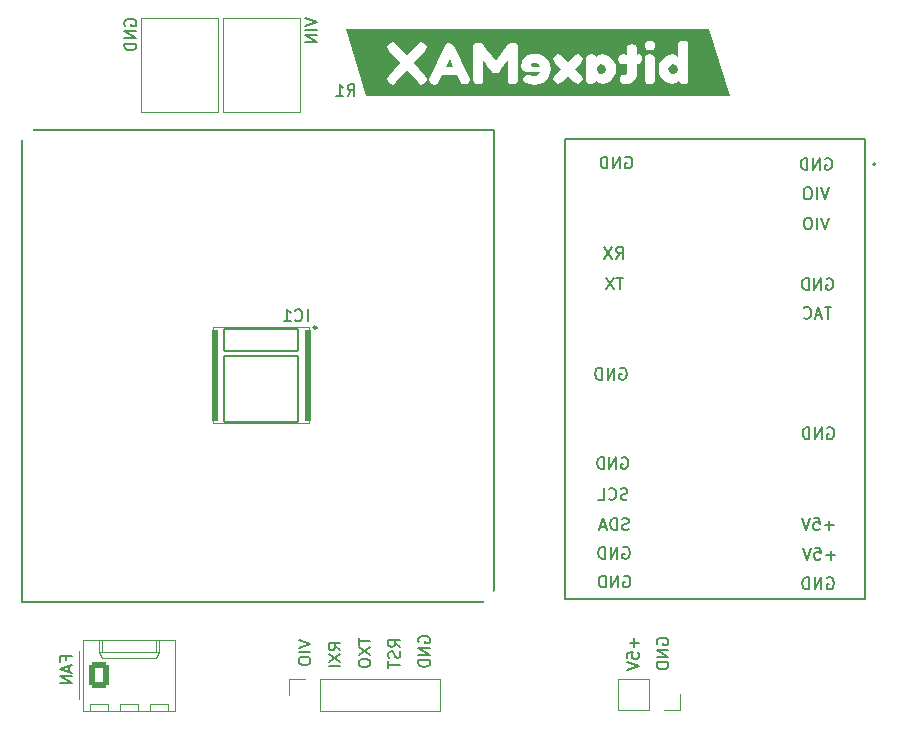
<source format=gbr>
%TF.GenerationSoftware,KiCad,Pcbnew,(6.0.8-1)-1*%
%TF.CreationDate,2022-10-04T16:18:19-04:00*%
%TF.ProjectId,bitaxePro,62697461-7865-4507-926f-2e6b69636164,rev?*%
%TF.SameCoordinates,Original*%
%TF.FileFunction,Legend,Bot*%
%TF.FilePolarity,Positive*%
%FSLAX46Y46*%
G04 Gerber Fmt 4.6, Leading zero omitted, Abs format (unit mm)*
G04 Created by KiCad (PCBNEW (6.0.8-1)-1) date 2022-10-04 16:18:19*
%MOMM*%
%LPD*%
G01*
G04 APERTURE LIST*
G04 Aperture macros list*
%AMRoundRect*
0 Rectangle with rounded corners*
0 $1 Rounding radius*
0 $2 $3 $4 $5 $6 $7 $8 $9 X,Y pos of 4 corners*
0 Add a 4 corners polygon primitive as box body*
4,1,4,$2,$3,$4,$5,$6,$7,$8,$9,$2,$3,0*
0 Add four circle primitives for the rounded corners*
1,1,$1+$1,$2,$3*
1,1,$1+$1,$4,$5*
1,1,$1+$1,$6,$7*
1,1,$1+$1,$8,$9*
0 Add four rect primitives between the rounded corners*
20,1,$1+$1,$2,$3,$4,$5,0*
20,1,$1+$1,$4,$5,$6,$7,0*
20,1,$1+$1,$6,$7,$8,$9,0*
20,1,$1+$1,$8,$9,$2,$3,0*%
G04 Aperture macros list end*
%ADD10C,0.150000*%
%ADD11C,0.127000*%
%ADD12C,0.200000*%
%ADD13C,0.120000*%
%ADD14C,0.250000*%
%ADD15C,3.500000*%
%ADD16C,2.200000*%
%ADD17R,1.530000X1.530000*%
%ADD18C,1.530000*%
%ADD19R,1.700000X1.700000*%
%ADD20O,1.700000X1.700000*%
%ADD21RoundRect,0.236600X0.295000X0.000000X-0.295000X0.000000X-0.295000X0.000000X0.295000X0.000000X0*%
%ADD22RoundRect,0.101600X3.150000X0.925000X-3.150000X0.925000X-3.150000X-0.925000X3.150000X-0.925000X0*%
%ADD23RoundRect,0.101600X3.150000X2.775000X-3.150000X2.775000X-3.150000X-2.775000X3.150000X-2.775000X0*%
%ADD24C,2.520000*%
%ADD25RoundRect,0.250000X-0.620000X-0.845000X0.620000X-0.845000X0.620000X0.845000X-0.620000X0.845000X0*%
%ADD26O,1.740000X2.190000*%
G04 APERTURE END LIST*
D10*
X69050000Y-56640000D02*
X109030000Y-56640000D01*
X109030000Y-56640000D02*
X109030000Y-96630000D01*
X109030000Y-96630000D02*
X69050000Y-96630000D01*
X69050000Y-96630000D02*
X69050000Y-56640000D01*
X92972380Y-47161427D02*
X93972380Y-47494761D01*
X92972380Y-47828094D01*
X93972380Y-48161427D02*
X92972380Y-48161427D01*
X93972380Y-48637618D02*
X92972380Y-48637618D01*
X93972380Y-49209046D01*
X92972380Y-49209046D01*
X101049880Y-100419046D02*
X100573690Y-100085713D01*
X101049880Y-99847618D02*
X100049880Y-99847618D01*
X100049880Y-100228570D01*
X100097500Y-100323808D01*
X100145119Y-100371427D01*
X100240357Y-100419046D01*
X100383214Y-100419046D01*
X100478452Y-100371427D01*
X100526071Y-100323808D01*
X100573690Y-100228570D01*
X100573690Y-99847618D01*
X101002261Y-100799999D02*
X101049880Y-100942856D01*
X101049880Y-101180951D01*
X101002261Y-101276189D01*
X100954642Y-101323808D01*
X100859404Y-101371427D01*
X100764166Y-101371427D01*
X100668928Y-101323808D01*
X100621309Y-101276189D01*
X100573690Y-101180951D01*
X100526071Y-100990475D01*
X100478452Y-100895237D01*
X100430833Y-100847618D01*
X100335595Y-100799999D01*
X100240357Y-100799999D01*
X100145119Y-100847618D01*
X100097500Y-100895237D01*
X100049880Y-100990475D01*
X100049880Y-101228570D01*
X100097500Y-101371427D01*
X100049880Y-101657142D02*
X100049880Y-102228570D01*
X101049880Y-101942856D02*
X100049880Y-101942856D01*
X119911904Y-92010000D02*
X120007142Y-91962380D01*
X120150000Y-91962380D01*
X120292857Y-92010000D01*
X120388095Y-92105238D01*
X120435714Y-92200476D01*
X120483333Y-92390952D01*
X120483333Y-92533809D01*
X120435714Y-92724285D01*
X120388095Y-92819523D01*
X120292857Y-92914761D01*
X120150000Y-92962380D01*
X120054761Y-92962380D01*
X119911904Y-92914761D01*
X119864285Y-92867142D01*
X119864285Y-92533809D01*
X120054761Y-92533809D01*
X119435714Y-92962380D02*
X119435714Y-91962380D01*
X118864285Y-92962380D01*
X118864285Y-91962380D01*
X118388095Y-92962380D02*
X118388095Y-91962380D01*
X118150000Y-91962380D01*
X118007142Y-92010000D01*
X117911904Y-92105238D01*
X117864285Y-92200476D01*
X117816666Y-92390952D01*
X117816666Y-92533809D01*
X117864285Y-92724285D01*
X117911904Y-92819523D01*
X118007142Y-92914761D01*
X118150000Y-92962380D01*
X118388095Y-92962380D01*
X119336666Y-67552380D02*
X119670000Y-67076190D01*
X119908095Y-67552380D02*
X119908095Y-66552380D01*
X119527142Y-66552380D01*
X119431904Y-66600000D01*
X119384285Y-66647619D01*
X119336666Y-66742857D01*
X119336666Y-66885714D01*
X119384285Y-66980952D01*
X119431904Y-67028571D01*
X119527142Y-67076190D01*
X119908095Y-67076190D01*
X119003333Y-66552380D02*
X118336666Y-67552380D01*
X118336666Y-66552380D02*
X119003333Y-67552380D01*
X137051904Y-59090000D02*
X137147142Y-59042380D01*
X137290000Y-59042380D01*
X137432857Y-59090000D01*
X137528095Y-59185238D01*
X137575714Y-59280476D01*
X137623333Y-59470952D01*
X137623333Y-59613809D01*
X137575714Y-59804285D01*
X137528095Y-59899523D01*
X137432857Y-59994761D01*
X137290000Y-60042380D01*
X137194761Y-60042380D01*
X137051904Y-59994761D01*
X137004285Y-59947142D01*
X137004285Y-59613809D01*
X137194761Y-59613809D01*
X136575714Y-60042380D02*
X136575714Y-59042380D01*
X136004285Y-60042380D01*
X136004285Y-59042380D01*
X135528095Y-60042380D02*
X135528095Y-59042380D01*
X135290000Y-59042380D01*
X135147142Y-59090000D01*
X135051904Y-59185238D01*
X135004285Y-59280476D01*
X134956666Y-59470952D01*
X134956666Y-59613809D01*
X135004285Y-59804285D01*
X135051904Y-59899523D01*
X135147142Y-59994761D01*
X135290000Y-60042380D01*
X135528095Y-60042380D01*
X119961904Y-94440000D02*
X120057142Y-94392380D01*
X120200000Y-94392380D01*
X120342857Y-94440000D01*
X120438095Y-94535238D01*
X120485714Y-94630476D01*
X120533333Y-94820952D01*
X120533333Y-94963809D01*
X120485714Y-95154285D01*
X120438095Y-95249523D01*
X120342857Y-95344761D01*
X120200000Y-95392380D01*
X120104761Y-95392380D01*
X119961904Y-95344761D01*
X119914285Y-95297142D01*
X119914285Y-94963809D01*
X120104761Y-94963809D01*
X119485714Y-95392380D02*
X119485714Y-94392380D01*
X118914285Y-95392380D01*
X118914285Y-94392380D01*
X118438095Y-95392380D02*
X118438095Y-94392380D01*
X118200000Y-94392380D01*
X118057142Y-94440000D01*
X117961904Y-94535238D01*
X117914285Y-94630476D01*
X117866666Y-94820952D01*
X117866666Y-94963809D01*
X117914285Y-95154285D01*
X117961904Y-95249523D01*
X118057142Y-95344761D01*
X118200000Y-95392380D01*
X118438095Y-95392380D01*
X122810000Y-100218095D02*
X122762380Y-100122857D01*
X122762380Y-99980000D01*
X122810000Y-99837142D01*
X122905238Y-99741904D01*
X123000476Y-99694285D01*
X123190952Y-99646666D01*
X123333809Y-99646666D01*
X123524285Y-99694285D01*
X123619523Y-99741904D01*
X123714761Y-99837142D01*
X123762380Y-99980000D01*
X123762380Y-100075238D01*
X123714761Y-100218095D01*
X123667142Y-100265714D01*
X123333809Y-100265714D01*
X123333809Y-100075238D01*
X123762380Y-100694285D02*
X122762380Y-100694285D01*
X123762380Y-101265714D01*
X122762380Y-101265714D01*
X123762380Y-101741904D02*
X122762380Y-101741904D01*
X122762380Y-101980000D01*
X122810000Y-102122857D01*
X122905238Y-102218095D01*
X123000476Y-102265714D01*
X123190952Y-102313333D01*
X123333809Y-102313333D01*
X123524285Y-102265714D01*
X123619523Y-102218095D01*
X123714761Y-102122857D01*
X123762380Y-101980000D01*
X123762380Y-101741904D01*
X92452380Y-99847618D02*
X93452380Y-100180952D01*
X92452380Y-100514285D01*
X93452380Y-100847618D02*
X92452380Y-100847618D01*
X92452380Y-101514285D02*
X92452380Y-101704761D01*
X92500000Y-101799999D01*
X92595238Y-101895237D01*
X92785714Y-101942857D01*
X93119047Y-101942857D01*
X93309523Y-101895237D01*
X93404761Y-101799999D01*
X93452380Y-101704761D01*
X93452380Y-101514285D01*
X93404761Y-101419047D01*
X93309523Y-101323809D01*
X93119047Y-101276190D01*
X92785714Y-101276190D01*
X92595238Y-101323809D01*
X92500000Y-101419047D01*
X92452380Y-101514285D01*
X137315238Y-61532380D02*
X136981904Y-62532380D01*
X136648571Y-61532380D01*
X136315238Y-62532380D02*
X136315238Y-61532380D01*
X135648571Y-61532380D02*
X135458095Y-61532380D01*
X135362857Y-61580000D01*
X135267619Y-61675238D01*
X135220000Y-61865714D01*
X135220000Y-62199047D01*
X135267619Y-62389523D01*
X135362857Y-62484761D01*
X135458095Y-62532380D01*
X135648571Y-62532380D01*
X135743809Y-62484761D01*
X135839047Y-62389523D01*
X135886666Y-62199047D01*
X135886666Y-61865714D01*
X135839047Y-61675238D01*
X135743809Y-61580000D01*
X135648571Y-61532380D01*
X120280476Y-87934761D02*
X120137619Y-87982380D01*
X119899523Y-87982380D01*
X119804285Y-87934761D01*
X119756666Y-87887142D01*
X119709047Y-87791904D01*
X119709047Y-87696666D01*
X119756666Y-87601428D01*
X119804285Y-87553809D01*
X119899523Y-87506190D01*
X120090000Y-87458571D01*
X120185238Y-87410952D01*
X120232857Y-87363333D01*
X120280476Y-87268095D01*
X120280476Y-87172857D01*
X120232857Y-87077619D01*
X120185238Y-87030000D01*
X120090000Y-86982380D01*
X119851904Y-86982380D01*
X119709047Y-87030000D01*
X118709047Y-87887142D02*
X118756666Y-87934761D01*
X118899523Y-87982380D01*
X118994761Y-87982380D01*
X119137619Y-87934761D01*
X119232857Y-87839523D01*
X119280476Y-87744285D01*
X119328095Y-87553809D01*
X119328095Y-87410952D01*
X119280476Y-87220476D01*
X119232857Y-87125238D01*
X119137619Y-87030000D01*
X118994761Y-86982380D01*
X118899523Y-86982380D01*
X118756666Y-87030000D01*
X118709047Y-87077619D01*
X117804285Y-87982380D02*
X118280476Y-87982380D01*
X118280476Y-86982380D01*
X137865714Y-92651428D02*
X137103809Y-92651428D01*
X137484761Y-93032380D02*
X137484761Y-92270476D01*
X136151428Y-92032380D02*
X136627619Y-92032380D01*
X136675238Y-92508571D01*
X136627619Y-92460952D01*
X136532380Y-92413333D01*
X136294285Y-92413333D01*
X136199047Y-92460952D01*
X136151428Y-92508571D01*
X136103809Y-92603809D01*
X136103809Y-92841904D01*
X136151428Y-92937142D01*
X136199047Y-92984761D01*
X136294285Y-93032380D01*
X136532380Y-93032380D01*
X136627619Y-92984761D01*
X136675238Y-92937142D01*
X135818095Y-92032380D02*
X135484761Y-93032380D01*
X135151428Y-92032380D01*
X137191904Y-94600000D02*
X137287142Y-94552380D01*
X137430000Y-94552380D01*
X137572857Y-94600000D01*
X137668095Y-94695238D01*
X137715714Y-94790476D01*
X137763333Y-94980952D01*
X137763333Y-95123809D01*
X137715714Y-95314285D01*
X137668095Y-95409523D01*
X137572857Y-95504761D01*
X137430000Y-95552380D01*
X137334761Y-95552380D01*
X137191904Y-95504761D01*
X137144285Y-95457142D01*
X137144285Y-95123809D01*
X137334761Y-95123809D01*
X136715714Y-95552380D02*
X136715714Y-94552380D01*
X136144285Y-95552380D01*
X136144285Y-94552380D01*
X135668095Y-95552380D02*
X135668095Y-94552380D01*
X135430000Y-94552380D01*
X135287142Y-94600000D01*
X135191904Y-94695238D01*
X135144285Y-94790476D01*
X135096666Y-94980952D01*
X135096666Y-95123809D01*
X135144285Y-95314285D01*
X135191904Y-95409523D01*
X135287142Y-95504761D01*
X135430000Y-95552380D01*
X135668095Y-95552380D01*
X119651904Y-76840000D02*
X119747142Y-76792380D01*
X119890000Y-76792380D01*
X120032857Y-76840000D01*
X120128095Y-76935238D01*
X120175714Y-77030476D01*
X120223333Y-77220952D01*
X120223333Y-77363809D01*
X120175714Y-77554285D01*
X120128095Y-77649523D01*
X120032857Y-77744761D01*
X119890000Y-77792380D01*
X119794761Y-77792380D01*
X119651904Y-77744761D01*
X119604285Y-77697142D01*
X119604285Y-77363809D01*
X119794761Y-77363809D01*
X119175714Y-77792380D02*
X119175714Y-76792380D01*
X118604285Y-77792380D01*
X118604285Y-76792380D01*
X118128095Y-77792380D02*
X118128095Y-76792380D01*
X117890000Y-76792380D01*
X117747142Y-76840000D01*
X117651904Y-76935238D01*
X117604285Y-77030476D01*
X117556666Y-77220952D01*
X117556666Y-77363809D01*
X117604285Y-77554285D01*
X117651904Y-77649523D01*
X117747142Y-77744761D01*
X117890000Y-77792380D01*
X118128095Y-77792380D01*
X72758571Y-101550476D02*
X72758571Y-101217142D01*
X73282380Y-101217142D02*
X72282380Y-101217142D01*
X72282380Y-101693333D01*
X72996666Y-102026666D02*
X72996666Y-102502857D01*
X73282380Y-101931428D02*
X72282380Y-102264761D01*
X73282380Y-102598095D01*
X73282380Y-102931428D02*
X72282380Y-102931428D01*
X73282380Y-103502857D01*
X72282380Y-103502857D01*
X96586666Y-53782380D02*
X96920000Y-53306190D01*
X97158095Y-53782380D02*
X97158095Y-52782380D01*
X96777142Y-52782380D01*
X96681904Y-52830000D01*
X96634285Y-52877619D01*
X96586666Y-52972857D01*
X96586666Y-53115714D01*
X96634285Y-53210952D01*
X96681904Y-53258571D01*
X96777142Y-53306190D01*
X97158095Y-53306190D01*
X95634285Y-53782380D02*
X96205714Y-53782380D01*
X95920000Y-53782380D02*
X95920000Y-52782380D01*
X96015238Y-52925238D01*
X96110476Y-53020476D01*
X96205714Y-53068095D01*
X120121904Y-58970000D02*
X120217142Y-58922380D01*
X120360000Y-58922380D01*
X120502857Y-58970000D01*
X120598095Y-59065238D01*
X120645714Y-59160476D01*
X120693333Y-59350952D01*
X120693333Y-59493809D01*
X120645714Y-59684285D01*
X120598095Y-59779523D01*
X120502857Y-59874761D01*
X120360000Y-59922380D01*
X120264761Y-59922380D01*
X120121904Y-59874761D01*
X120074285Y-59827142D01*
X120074285Y-59493809D01*
X120264761Y-59493809D01*
X119645714Y-59922380D02*
X119645714Y-58922380D01*
X119074285Y-59922380D01*
X119074285Y-58922380D01*
X118598095Y-59922380D02*
X118598095Y-58922380D01*
X118360000Y-58922380D01*
X118217142Y-58970000D01*
X118121904Y-59065238D01*
X118074285Y-59160476D01*
X118026666Y-59350952D01*
X118026666Y-59493809D01*
X118074285Y-59684285D01*
X118121904Y-59779523D01*
X118217142Y-59874761D01*
X118360000Y-59922380D01*
X118598095Y-59922380D01*
X137221904Y-81890000D02*
X137317142Y-81842380D01*
X137460000Y-81842380D01*
X137602857Y-81890000D01*
X137698095Y-81985238D01*
X137745714Y-82080476D01*
X137793333Y-82270952D01*
X137793333Y-82413809D01*
X137745714Y-82604285D01*
X137698095Y-82699523D01*
X137602857Y-82794761D01*
X137460000Y-82842380D01*
X137364761Y-82842380D01*
X137221904Y-82794761D01*
X137174285Y-82747142D01*
X137174285Y-82413809D01*
X137364761Y-82413809D01*
X136745714Y-82842380D02*
X136745714Y-81842380D01*
X136174285Y-82842380D01*
X136174285Y-81842380D01*
X135698095Y-82842380D02*
X135698095Y-81842380D01*
X135460000Y-81842380D01*
X135317142Y-81890000D01*
X135221904Y-81985238D01*
X135174285Y-82080476D01*
X135126666Y-82270952D01*
X135126666Y-82413809D01*
X135174285Y-82604285D01*
X135221904Y-82699523D01*
X135317142Y-82794761D01*
X135460000Y-82842380D01*
X135698095Y-82842380D01*
X119931904Y-69162380D02*
X119360476Y-69162380D01*
X119646190Y-70162380D02*
X119646190Y-69162380D01*
X119122380Y-69162380D02*
X118455714Y-70162380D01*
X118455714Y-69162380D02*
X119122380Y-70162380D01*
X137554285Y-71642380D02*
X136982857Y-71642380D01*
X137268571Y-72642380D02*
X137268571Y-71642380D01*
X136697142Y-72356666D02*
X136220952Y-72356666D01*
X136792380Y-72642380D02*
X136459047Y-71642380D01*
X136125714Y-72642380D01*
X135220952Y-72547142D02*
X135268571Y-72594761D01*
X135411428Y-72642380D01*
X135506666Y-72642380D01*
X135649523Y-72594761D01*
X135744761Y-72499523D01*
X135792380Y-72404285D01*
X135840000Y-72213809D01*
X135840000Y-72070952D01*
X135792380Y-71880476D01*
X135744761Y-71785238D01*
X135649523Y-71690000D01*
X135506666Y-71642380D01*
X135411428Y-71642380D01*
X135268571Y-71690000D01*
X135220952Y-71737619D01*
X95984880Y-100704762D02*
X95508690Y-100371428D01*
X95984880Y-100133333D02*
X94984880Y-100133333D01*
X94984880Y-100514285D01*
X95032500Y-100609524D01*
X95080119Y-100657143D01*
X95175357Y-100704762D01*
X95318214Y-100704762D01*
X95413452Y-100657143D01*
X95461071Y-100609524D01*
X95508690Y-100514285D01*
X95508690Y-100133333D01*
X94984880Y-101038095D02*
X95984880Y-101704762D01*
X94984880Y-101704762D02*
X95984880Y-101038095D01*
X95984880Y-102085714D02*
X94984880Y-102085714D01*
X137775714Y-90131428D02*
X137013809Y-90131428D01*
X137394761Y-90512380D02*
X137394761Y-89750476D01*
X136061428Y-89512380D02*
X136537619Y-89512380D01*
X136585238Y-89988571D01*
X136537619Y-89940952D01*
X136442380Y-89893333D01*
X136204285Y-89893333D01*
X136109047Y-89940952D01*
X136061428Y-89988571D01*
X136013809Y-90083809D01*
X136013809Y-90321904D01*
X136061428Y-90417142D01*
X136109047Y-90464761D01*
X136204285Y-90512380D01*
X136442380Y-90512380D01*
X136537619Y-90464761D01*
X136585238Y-90417142D01*
X135728095Y-89512380D02*
X135394761Y-90512380D01*
X135061428Y-89512380D01*
X137345238Y-64082380D02*
X137011904Y-65082380D01*
X136678571Y-64082380D01*
X136345238Y-65082380D02*
X136345238Y-64082380D01*
X135678571Y-64082380D02*
X135488095Y-64082380D01*
X135392857Y-64130000D01*
X135297619Y-64225238D01*
X135250000Y-64415714D01*
X135250000Y-64749047D01*
X135297619Y-64939523D01*
X135392857Y-65034761D01*
X135488095Y-65082380D01*
X135678571Y-65082380D01*
X135773809Y-65034761D01*
X135869047Y-64939523D01*
X135916666Y-64749047D01*
X135916666Y-64415714D01*
X135869047Y-64225238D01*
X135773809Y-64130000D01*
X135678571Y-64082380D01*
X102630000Y-100038095D02*
X102582380Y-99942857D01*
X102582380Y-99800000D01*
X102630000Y-99657142D01*
X102725238Y-99561904D01*
X102820476Y-99514285D01*
X103010952Y-99466666D01*
X103153809Y-99466666D01*
X103344285Y-99514285D01*
X103439523Y-99561904D01*
X103534761Y-99657142D01*
X103582380Y-99800000D01*
X103582380Y-99895238D01*
X103534761Y-100038095D01*
X103487142Y-100085714D01*
X103153809Y-100085714D01*
X103153809Y-99895238D01*
X103582380Y-100514285D02*
X102582380Y-100514285D01*
X103582380Y-101085714D01*
X102582380Y-101085714D01*
X103582380Y-101561904D02*
X102582380Y-101561904D01*
X102582380Y-101800000D01*
X102630000Y-101942857D01*
X102725238Y-102038095D01*
X102820476Y-102085714D01*
X103010952Y-102133333D01*
X103153809Y-102133333D01*
X103344285Y-102085714D01*
X103439523Y-102038095D01*
X103534761Y-101942857D01*
X103582380Y-101800000D01*
X103582380Y-101561904D01*
X97517380Y-99657142D02*
X97517380Y-100228571D01*
X98517380Y-99942857D02*
X97517380Y-99942857D01*
X97517380Y-100466666D02*
X98517380Y-101133333D01*
X97517380Y-101133333D02*
X98517380Y-100466666D01*
X97517380Y-101704761D02*
X97517380Y-101895237D01*
X97565000Y-101990476D01*
X97660238Y-102085714D01*
X97850714Y-102133333D01*
X98184047Y-102133333D01*
X98374523Y-102085714D01*
X98469761Y-101990476D01*
X98517380Y-101895237D01*
X98517380Y-101704761D01*
X98469761Y-101609523D01*
X98374523Y-101514285D01*
X98184047Y-101466666D01*
X97850714Y-101466666D01*
X97660238Y-101514285D01*
X97565000Y-101609523D01*
X97517380Y-101704761D01*
X119801904Y-84420000D02*
X119897142Y-84372380D01*
X120040000Y-84372380D01*
X120182857Y-84420000D01*
X120278095Y-84515238D01*
X120325714Y-84610476D01*
X120373333Y-84800952D01*
X120373333Y-84943809D01*
X120325714Y-85134285D01*
X120278095Y-85229523D01*
X120182857Y-85324761D01*
X120040000Y-85372380D01*
X119944761Y-85372380D01*
X119801904Y-85324761D01*
X119754285Y-85277142D01*
X119754285Y-84943809D01*
X119944761Y-84943809D01*
X119325714Y-85372380D02*
X119325714Y-84372380D01*
X118754285Y-85372380D01*
X118754285Y-84372380D01*
X118278095Y-85372380D02*
X118278095Y-84372380D01*
X118040000Y-84372380D01*
X117897142Y-84420000D01*
X117801904Y-84515238D01*
X117754285Y-84610476D01*
X117706666Y-84800952D01*
X117706666Y-84943809D01*
X117754285Y-85134285D01*
X117801904Y-85229523D01*
X117897142Y-85324761D01*
X118040000Y-85372380D01*
X118278095Y-85372380D01*
X77750000Y-47828095D02*
X77702380Y-47732857D01*
X77702380Y-47590000D01*
X77750000Y-47447142D01*
X77845238Y-47351904D01*
X77940476Y-47304285D01*
X78130952Y-47256666D01*
X78273809Y-47256666D01*
X78464285Y-47304285D01*
X78559523Y-47351904D01*
X78654761Y-47447142D01*
X78702380Y-47590000D01*
X78702380Y-47685238D01*
X78654761Y-47828095D01*
X78607142Y-47875714D01*
X78273809Y-47875714D01*
X78273809Y-47685238D01*
X78702380Y-48304285D02*
X77702380Y-48304285D01*
X78702380Y-48875714D01*
X77702380Y-48875714D01*
X78702380Y-49351904D02*
X77702380Y-49351904D01*
X77702380Y-49590000D01*
X77750000Y-49732857D01*
X77845238Y-49828095D01*
X77940476Y-49875714D01*
X78130952Y-49923333D01*
X78273809Y-49923333D01*
X78464285Y-49875714D01*
X78559523Y-49828095D01*
X78654761Y-49732857D01*
X78702380Y-49590000D01*
X78702380Y-49351904D01*
X137141904Y-69250000D02*
X137237142Y-69202380D01*
X137380000Y-69202380D01*
X137522857Y-69250000D01*
X137618095Y-69345238D01*
X137665714Y-69440476D01*
X137713333Y-69630952D01*
X137713333Y-69773809D01*
X137665714Y-69964285D01*
X137618095Y-70059523D01*
X137522857Y-70154761D01*
X137380000Y-70202380D01*
X137284761Y-70202380D01*
X137141904Y-70154761D01*
X137094285Y-70107142D01*
X137094285Y-69773809D01*
X137284761Y-69773809D01*
X136665714Y-70202380D02*
X136665714Y-69202380D01*
X136094285Y-70202380D01*
X136094285Y-69202380D01*
X135618095Y-70202380D02*
X135618095Y-69202380D01*
X135380000Y-69202380D01*
X135237142Y-69250000D01*
X135141904Y-69345238D01*
X135094285Y-69440476D01*
X135046666Y-69630952D01*
X135046666Y-69773809D01*
X135094285Y-69964285D01*
X135141904Y-70059523D01*
X135237142Y-70154761D01*
X135380000Y-70202380D01*
X135618095Y-70202380D01*
X120871428Y-99694285D02*
X120871428Y-100456190D01*
X121252380Y-100075238D02*
X120490476Y-100075238D01*
X120252380Y-101408571D02*
X120252380Y-100932380D01*
X120728571Y-100884761D01*
X120680952Y-100932380D01*
X120633333Y-101027619D01*
X120633333Y-101265714D01*
X120680952Y-101360952D01*
X120728571Y-101408571D01*
X120823809Y-101456190D01*
X121061904Y-101456190D01*
X121157142Y-101408571D01*
X121204761Y-101360952D01*
X121252380Y-101265714D01*
X121252380Y-101027619D01*
X121204761Y-100932380D01*
X121157142Y-100884761D01*
X120252380Y-101741904D02*
X121252380Y-102075238D01*
X120252380Y-102408571D01*
X120384285Y-90484761D02*
X120241428Y-90532380D01*
X120003333Y-90532380D01*
X119908095Y-90484761D01*
X119860476Y-90437142D01*
X119812857Y-90341904D01*
X119812857Y-90246666D01*
X119860476Y-90151428D01*
X119908095Y-90103809D01*
X120003333Y-90056190D01*
X120193809Y-90008571D01*
X120289047Y-89960952D01*
X120336666Y-89913333D01*
X120384285Y-89818095D01*
X120384285Y-89722857D01*
X120336666Y-89627619D01*
X120289047Y-89580000D01*
X120193809Y-89532380D01*
X119955714Y-89532380D01*
X119812857Y-89580000D01*
X119384285Y-90532380D02*
X119384285Y-89532380D01*
X119146190Y-89532380D01*
X119003333Y-89580000D01*
X118908095Y-89675238D01*
X118860476Y-89770476D01*
X118812857Y-89960952D01*
X118812857Y-90103809D01*
X118860476Y-90294285D01*
X118908095Y-90389523D01*
X119003333Y-90484761D01*
X119146190Y-90532380D01*
X119384285Y-90532380D01*
X118431904Y-90246666D02*
X117955714Y-90246666D01*
X118527142Y-90532380D02*
X118193809Y-89532380D01*
X117860476Y-90532380D01*
%TO.C,IC1*%
X93204404Y-72862380D02*
X93204404Y-71862380D01*
X92156785Y-72767142D02*
X92204404Y-72814761D01*
X92347261Y-72862380D01*
X92442500Y-72862380D01*
X92585357Y-72814761D01*
X92680595Y-72719523D01*
X92728214Y-72624285D01*
X92775833Y-72433809D01*
X92775833Y-72290952D01*
X92728214Y-72100476D01*
X92680595Y-72005238D01*
X92585357Y-71910000D01*
X92442500Y-71862380D01*
X92347261Y-71862380D01*
X92204404Y-71910000D01*
X92156785Y-71957619D01*
X91204404Y-72862380D02*
X91775833Y-72862380D01*
X91490119Y-72862380D02*
X91490119Y-71862380D01*
X91585357Y-72005238D01*
X91680595Y-72100476D01*
X91775833Y-72148095D01*
D11*
%TO.C,U7*%
X115016500Y-96365000D02*
X140416500Y-96365000D01*
X140416500Y-57455000D02*
X115016500Y-57455000D01*
X140416500Y-96365000D02*
X140416500Y-57455000D01*
X115016500Y-57455000D02*
X115016500Y-96365000D01*
D12*
X141278500Y-59563000D02*
G75*
G03*
X141278500Y-59563000I-100000J0D01*
G01*
D13*
%TO.C,J3*%
X92950000Y-103190000D02*
X91620000Y-103190000D01*
X94220000Y-103190000D02*
X104440000Y-103190000D01*
X104440000Y-103190000D02*
X104440000Y-105850000D01*
X91620000Y-103190000D02*
X91620000Y-104520000D01*
X94220000Y-105850000D02*
X104440000Y-105850000D01*
X94220000Y-103190000D02*
X94220000Y-105850000D01*
%TO.C,J4*%
X124725000Y-105770000D02*
X124725000Y-104440000D01*
X123395000Y-105770000D02*
X124725000Y-105770000D01*
X122125000Y-103110000D02*
X119525000Y-103110000D01*
X119525000Y-105770000D02*
X119525000Y-103110000D01*
X122125000Y-105770000D02*
X119525000Y-105770000D01*
X122125000Y-105770000D02*
X122125000Y-103110000D01*
%TO.C,IC1*%
X93340000Y-81470000D02*
X93340000Y-73370000D01*
X85240000Y-73370000D02*
X85240000Y-81470000D01*
X93340000Y-73370000D02*
X85240000Y-73370000D01*
X85240000Y-81470000D02*
X93340000Y-81470000D01*
D14*
X93969000Y-73406000D02*
G75*
G03*
X93969000Y-73406000I-125000J0D01*
G01*
D13*
%TO.C,J1*%
X86040000Y-47180000D02*
X86040000Y-55180000D01*
X92540000Y-47180000D02*
X86040000Y-47180000D01*
X86040000Y-55180000D02*
X92540000Y-55180000D01*
X92540000Y-55180000D02*
X92540000Y-47180000D01*
%TO.C,J2*%
X85630000Y-55180000D02*
X85630000Y-47180000D01*
X79130000Y-47180000D02*
X79130000Y-55180000D01*
X79130000Y-55180000D02*
X85630000Y-55180000D01*
X85630000Y-47180000D02*
X79130000Y-47180000D01*
%TO.C,kibuzzard-62B6C6A5*%
G36*
X118385950Y-51226700D02*
G01*
X118502631Y-51517212D01*
X118378806Y-51800581D01*
X118078769Y-51926787D01*
X117785875Y-51798200D01*
X117669194Y-51514831D01*
X117781112Y-51226700D01*
X118081150Y-51093350D01*
X118385950Y-51226700D01*
G37*
G36*
X105539106Y-51321950D02*
G01*
X104905694Y-51321950D01*
X105224781Y-50669487D01*
X105539106Y-51321950D01*
G37*
G36*
X124481950Y-51231463D02*
G01*
X124593869Y-51519594D01*
X124477188Y-51802962D01*
X124184294Y-51931550D01*
X123884256Y-51802962D01*
X123760431Y-51517212D01*
X123874731Y-51229081D01*
X124179531Y-51098112D01*
X124481950Y-51231463D01*
G37*
G36*
X96438921Y-48096150D02*
G01*
X127222769Y-48096150D01*
X128941079Y-53823850D01*
X98157231Y-53823850D01*
X97718128Y-52360175D01*
X99943169Y-52360175D01*
X100126525Y-52650687D01*
X100436088Y-52817375D01*
X100728981Y-52626875D01*
X101633856Y-51588650D01*
X102538731Y-52626875D01*
X102831625Y-52817375D01*
X103141187Y-52648306D01*
X103285774Y-52426850D01*
X103472181Y-52426850D01*
X103541237Y-52589966D01*
X103748406Y-52736413D01*
X104003200Y-52817375D01*
X104155600Y-52774513D01*
X104241325Y-52684025D01*
X104315144Y-52541150D01*
X104562794Y-52026800D01*
X105882006Y-52026800D01*
X106129656Y-52541150D01*
X106203475Y-52679263D01*
X106289200Y-52767369D01*
X106441600Y-52812613D01*
X106696394Y-52731650D01*
X106903563Y-52588775D01*
X106972619Y-52426850D01*
X106947219Y-52350650D01*
X107234556Y-52350650D01*
X107279800Y-52611397D01*
X107415531Y-52736413D01*
X107644131Y-52764987D01*
X107863206Y-52741175D01*
X107987031Y-52684025D01*
X108053706Y-52588775D01*
X108077519Y-52341125D01*
X108077519Y-50745687D01*
X108223966Y-50936783D01*
X108425181Y-51214794D01*
X108612109Y-51476136D01*
X108715694Y-51617225D01*
X108801419Y-51729144D01*
X108918100Y-51814869D01*
X109118125Y-51869637D01*
X109313387Y-51819631D01*
X109439594Y-51722000D01*
X109477694Y-51669612D01*
X109619378Y-51483280D01*
X109853931Y-51162406D01*
X110070625Y-50864155D01*
X110158731Y-50745687D01*
X110158731Y-52350650D01*
X110165875Y-52514956D01*
X110211119Y-52636400D01*
X110339706Y-52732841D01*
X110582594Y-52764987D01*
X110818337Y-52732841D01*
X110944544Y-52636400D01*
X110989788Y-52512575D01*
X110996931Y-52341125D01*
X110996931Y-51214794D01*
X111306494Y-51214794D01*
X111342808Y-51469587D01*
X111451750Y-51648181D01*
X111773219Y-51788675D01*
X112901931Y-51788675D01*
X112744769Y-52012513D01*
X112430444Y-52103000D01*
X112183984Y-52088713D01*
X111997056Y-52045850D01*
X111944669Y-52026800D01*
X111754169Y-51974412D01*
X111492231Y-52188725D01*
X111430319Y-52407800D01*
X111493720Y-52593240D01*
X111683922Y-52725697D01*
X112000926Y-52805171D01*
X112444731Y-52831663D01*
X112777511Y-52801302D01*
X113071000Y-52710219D01*
X113314483Y-52569130D01*
X113497244Y-52388750D01*
X113528436Y-52338744D01*
X113987781Y-52338744D01*
X114159231Y-52629256D01*
X114449744Y-52798325D01*
X114740256Y-52626875D01*
X115264131Y-52098237D01*
X115792769Y-52626875D01*
X116080900Y-52798325D01*
X116371412Y-52629256D01*
X116540969Y-52345888D01*
X116807181Y-52345888D01*
X116814325Y-52510194D01*
X116854806Y-52636400D01*
X116969702Y-52729269D01*
X117181037Y-52760225D01*
X117528700Y-52695931D01*
X117631094Y-52507812D01*
X117866242Y-52697122D01*
X118219262Y-52760225D01*
X118487285Y-52718421D01*
X118742079Y-52593008D01*
X118983644Y-52383988D01*
X119179435Y-52119669D01*
X119296910Y-51828362D01*
X119336069Y-51510069D01*
X119296646Y-51192040D01*
X119178377Y-50901527D01*
X119018742Y-50688537D01*
X119526569Y-50688537D01*
X119558716Y-50930234D01*
X119655156Y-51055250D01*
X119781362Y-51095731D01*
X119945669Y-51102875D01*
X120255231Y-51083825D01*
X120255231Y-51741050D01*
X120214750Y-51926787D01*
X120062350Y-51983937D01*
X119890900Y-51991081D01*
X119764694Y-52036325D01*
X119655156Y-52355412D01*
X119688494Y-52597109D01*
X119788506Y-52722125D01*
X119914713Y-52762606D01*
X120074256Y-52769750D01*
X120377998Y-52744879D01*
X120628823Y-52670267D01*
X120826731Y-52545912D01*
X120969606Y-52362292D01*
X120971943Y-52355412D01*
X121783994Y-52355412D01*
X121791137Y-52519719D01*
X121836381Y-52645925D01*
X121959016Y-52738794D01*
X122203094Y-52769750D01*
X122444791Y-52737603D01*
X122569806Y-52641163D01*
X122610287Y-52517338D01*
X122617431Y-52350650D01*
X122617431Y-51514831D01*
X122926994Y-51514831D01*
X122966152Y-51832860D01*
X123083627Y-52123373D01*
X123279419Y-52386369D01*
X123520190Y-52594067D01*
X123772602Y-52718685D01*
X124036656Y-52760225D01*
X124383128Y-52703075D01*
X124612919Y-52531625D01*
X124734362Y-52706647D01*
X125022494Y-52764987D01*
X125264191Y-52732841D01*
X125389206Y-52636400D01*
X125429688Y-52510194D01*
X125436831Y-52345888D01*
X125436831Y-49502675D01*
X125429688Y-49338369D01*
X125389206Y-49216925D01*
X125263000Y-49120484D01*
X125017731Y-49088337D01*
X124777225Y-49120484D01*
X124655781Y-49216925D01*
X124610537Y-49343131D01*
X124603394Y-49507437D01*
X124603394Y-50498037D01*
X124372413Y-50323016D01*
X124060469Y-50264675D01*
X123785567Y-50306479D01*
X123526010Y-50431892D01*
X123281800Y-50640912D01*
X123084685Y-50905231D01*
X122966417Y-51196537D01*
X122926994Y-51514831D01*
X122617431Y-51514831D01*
X122617431Y-50679012D01*
X122610287Y-50514706D01*
X122569806Y-50388500D01*
X122443600Y-50295631D01*
X122200712Y-50264976D01*
X122198331Y-50264675D01*
X121874481Y-50345637D01*
X121788756Y-50550425D01*
X121783994Y-50688537D01*
X121783994Y-52355412D01*
X120971943Y-52355412D01*
X121055331Y-52109879D01*
X121083906Y-51788675D01*
X121083906Y-51083825D01*
X121279169Y-51098112D01*
X121453000Y-51017150D01*
X121522056Y-50740925D01*
X121498244Y-50457556D01*
X121431569Y-50331350D01*
X121241069Y-50269437D01*
X121083906Y-50288487D01*
X121083906Y-49797950D01*
X121076762Y-49636025D01*
X121031519Y-49521725D01*
X121011897Y-49507437D01*
X121783994Y-49507437D01*
X121791137Y-49671744D01*
X121834000Y-49795569D01*
X121960206Y-49893200D01*
X122200712Y-49921775D01*
X122441219Y-49893200D01*
X122567425Y-49793187D01*
X122610287Y-49666981D01*
X122617431Y-49502675D01*
X122610287Y-49338369D01*
X122569806Y-49216925D01*
X122443600Y-49120484D01*
X122198331Y-49088337D01*
X121957825Y-49120484D01*
X121836381Y-49216925D01*
X121791137Y-49343131D01*
X121783994Y-49507437D01*
X121011897Y-49507437D01*
X120908884Y-49432428D01*
X120664806Y-49402662D01*
X120406441Y-49446716D01*
X120279044Y-49578875D01*
X120255231Y-49821762D01*
X120255231Y-50288487D01*
X119938525Y-50269437D01*
X119776600Y-50276581D01*
X119650394Y-50321825D01*
X119557525Y-50444459D01*
X119526569Y-50688537D01*
X119018742Y-50688537D01*
X118981263Y-50638531D01*
X118737052Y-50430833D01*
X118477496Y-50306215D01*
X118202594Y-50264675D01*
X117907319Y-50321825D01*
X117721581Y-50428981D01*
X117635856Y-50526612D01*
X117527509Y-50326587D01*
X117259619Y-50259912D01*
X116983394Y-50288487D01*
X116857188Y-50388500D01*
X116814325Y-50514706D01*
X116807181Y-50679012D01*
X116807181Y-52345888D01*
X116540969Y-52345888D01*
X116545244Y-52338744D01*
X116373794Y-52045850D01*
X115845156Y-51512450D01*
X116373794Y-50979050D01*
X116545244Y-50686156D01*
X116371412Y-50393262D01*
X116080900Y-50221812D01*
X115792769Y-50393262D01*
X115264131Y-50926662D01*
X114740256Y-50393262D01*
X114449744Y-50221812D01*
X114159231Y-50393262D01*
X113987781Y-50686156D01*
X114159231Y-50979050D01*
X114687869Y-51512450D01*
X114159231Y-52045850D01*
X113987781Y-52338744D01*
X113528436Y-52338744D01*
X113663931Y-52121521D01*
X113763944Y-51834183D01*
X113797281Y-51526737D01*
X113754154Y-51153410D01*
X113624773Y-50833529D01*
X113409137Y-50567094D01*
X113128944Y-50367333D01*
X112805887Y-50247477D01*
X112439969Y-50207525D01*
X112131002Y-50236695D01*
X111866087Y-50324206D01*
X111645227Y-50470058D01*
X111468419Y-50674250D01*
X111346975Y-50933211D01*
X111306494Y-51214794D01*
X110996931Y-51214794D01*
X110996931Y-49697937D01*
X110989788Y-49533631D01*
X110944544Y-49407425D01*
X110815956Y-49314556D01*
X110573069Y-49283600D01*
X110351612Y-49314556D01*
X110230169Y-49378850D01*
X110201594Y-49407425D01*
X109120506Y-50826650D01*
X108818183Y-50427171D01*
X108558912Y-50085986D01*
X108342695Y-49803093D01*
X108169530Y-49578494D01*
X108039419Y-49412187D01*
X107903092Y-49315747D01*
X107656038Y-49283600D01*
X107412555Y-49315747D01*
X107286944Y-49412187D01*
X107241700Y-49540775D01*
X107234556Y-49707462D01*
X107234556Y-52350650D01*
X106947219Y-52350650D01*
X106891656Y-52183963D01*
X105605781Y-49521725D01*
X105446238Y-49345512D01*
X105220019Y-49278837D01*
X104996181Y-49340750D01*
X104839019Y-49526487D01*
X103553144Y-52183963D01*
X103472181Y-52426850D01*
X103285774Y-52426850D01*
X103329306Y-52360175D01*
X103162619Y-52055375D01*
X102205356Y-51002862D01*
X103162619Y-49950350D01*
X103329306Y-49650312D01*
X103143569Y-49357419D01*
X102831625Y-49188350D01*
X102538731Y-49378850D01*
X101633856Y-50417075D01*
X100728981Y-49378850D01*
X100436088Y-49188350D01*
X100128906Y-49355037D01*
X99943169Y-49650312D01*
X100105094Y-49950350D01*
X101062356Y-51002862D01*
X100105094Y-52055375D01*
X99943169Y-52360175D01*
X97718128Y-52360175D01*
X96438921Y-48096150D01*
G37*
G36*
X112759056Y-51086206D02*
G01*
X112911456Y-51355287D01*
X112311381Y-51355287D01*
X112130406Y-51202887D01*
X112213750Y-51026675D01*
X112451875Y-50960000D01*
X112759056Y-51086206D01*
G37*
%TO.C,J5*%
X78890000Y-105240000D02*
X78890000Y-105840000D01*
X75550000Y-99820000D02*
X75550000Y-100820000D01*
X74170000Y-99820000D02*
X82010000Y-99820000D01*
X75800000Y-99820000D02*
X75800000Y-100820000D01*
X80380000Y-99820000D02*
X80380000Y-100820000D01*
X76350000Y-105240000D02*
X76350000Y-105840000D01*
X82010000Y-105840000D02*
X74170000Y-105840000D01*
X79830000Y-105240000D02*
X81430000Y-105240000D01*
X77290000Y-105840000D02*
X77290000Y-105240000D01*
X79830000Y-105840000D02*
X79830000Y-105240000D01*
X74170000Y-105840000D02*
X74170000Y-99820000D01*
X75800000Y-101350000D02*
X80380000Y-101350000D01*
X80630000Y-100820000D02*
X80630000Y-99820000D01*
X74750000Y-105840000D02*
X74750000Y-105240000D01*
X82010000Y-99820000D02*
X82010000Y-105840000D01*
X77290000Y-105240000D02*
X78890000Y-105240000D01*
X74750000Y-105240000D02*
X76350000Y-105240000D01*
X80380000Y-101350000D02*
X80630000Y-100820000D01*
X75550000Y-100820000D02*
X75800000Y-101350000D01*
X75550000Y-100820000D02*
X80630000Y-100820000D01*
X73880000Y-104810000D02*
X73880000Y-100810000D01*
X81430000Y-105240000D02*
X81430000Y-105840000D01*
%TD*%
%LPC*%
D15*
%TO.C,H2*%
X68364000Y-55924000D03*
%TD*%
%TO.C,H1*%
X109730000Y-97290000D03*
%TD*%
D16*
%TO.C,H6*%
X66780000Y-49050000D03*
%TD*%
%TO.C,H5*%
X66330000Y-104130000D03*
%TD*%
%TO.C,H4*%
X142080000Y-49730000D03*
%TD*%
%TO.C,H3*%
X141930000Y-103680000D03*
%TD*%
D17*
%TO.C,U7*%
X139146500Y-59517800D03*
D18*
X139146500Y-62057800D03*
X139146500Y-64597800D03*
X139146500Y-67137800D03*
X139146500Y-69677800D03*
X139146500Y-72217800D03*
X139146500Y-74757800D03*
X139146500Y-77297800D03*
X139146500Y-79837800D03*
X139146500Y-82377800D03*
X139146500Y-84917800D03*
X139146500Y-87457800D03*
X139146500Y-89997800D03*
X139146500Y-92537800D03*
X139146500Y-95077800D03*
X116286500Y-95077800D03*
X116286500Y-92537800D03*
X116286500Y-89997800D03*
X116286500Y-87457800D03*
X116286500Y-84917800D03*
X116286500Y-82377800D03*
X116286500Y-79837800D03*
X116286500Y-77297800D03*
X116286500Y-74757800D03*
X116286500Y-72217800D03*
X116286500Y-69677800D03*
X116286500Y-67137800D03*
X116286500Y-64597800D03*
X116286500Y-62057800D03*
X116286500Y-59517800D03*
%TD*%
D19*
%TO.C,J3*%
X92950000Y-104520000D03*
D20*
X95490000Y-104520000D03*
X98030000Y-104520000D03*
X100570000Y-104520000D03*
X103110000Y-104520000D03*
%TD*%
D19*
%TO.C,J4*%
X123395000Y-104440000D03*
D20*
X120855000Y-104440000D03*
%TD*%
D21*
%TO.C,IC1*%
X93224600Y-73820000D03*
X93224600Y-74300000D03*
X93224600Y-74780000D03*
X93224600Y-75260000D03*
X93224600Y-75740000D03*
X93224600Y-76220000D03*
X93224600Y-76700000D03*
X93224600Y-77180000D03*
X93224600Y-77660000D03*
X93224600Y-78140000D03*
X93224600Y-78620000D03*
X93224600Y-79100000D03*
X93224600Y-79580000D03*
X93224600Y-80060000D03*
X93224600Y-80540000D03*
X93224600Y-81020000D03*
X85355400Y-81020000D03*
X85355400Y-80540000D03*
X85355400Y-80060000D03*
X85355400Y-79580000D03*
X85355400Y-79100000D03*
X85355400Y-78620000D03*
X85355400Y-78140000D03*
X85355400Y-77660000D03*
X85355400Y-77180000D03*
X85355400Y-76700000D03*
X85355400Y-76220000D03*
X85355400Y-75740000D03*
X85355400Y-75260000D03*
X85355400Y-74780000D03*
X85355400Y-74300000D03*
X85355400Y-73820000D03*
D22*
X89290000Y-74420000D03*
D23*
X89290000Y-78620000D03*
%TD*%
D24*
%TO.C,J1*%
X89290000Y-48640000D03*
X89290000Y-53720000D03*
%TD*%
%TO.C,J2*%
X82380000Y-48640000D03*
X82380000Y-53720000D03*
%TD*%
D25*
%TO.C,J5*%
X75550000Y-102810000D03*
D26*
X78090000Y-102810000D03*
X80630000Y-102810000D03*
%TD*%
M02*

</source>
